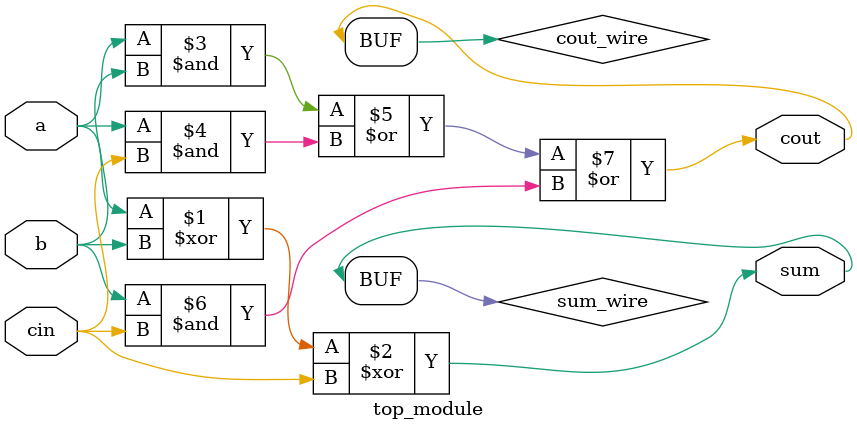
<source format=sv>
module top_module (
    input a,
    input b,
    input cin,
    output cout,
    output sum
);

    wire sum_wire;
    wire cout_wire;

    assign sum_wire = a ^ b ^ cin;
    assign cout_wire = (a & b) | (a & cin) | (b & cin);

    assign sum = sum_wire;
    assign cout = cout_wire;

endmodule

</source>
